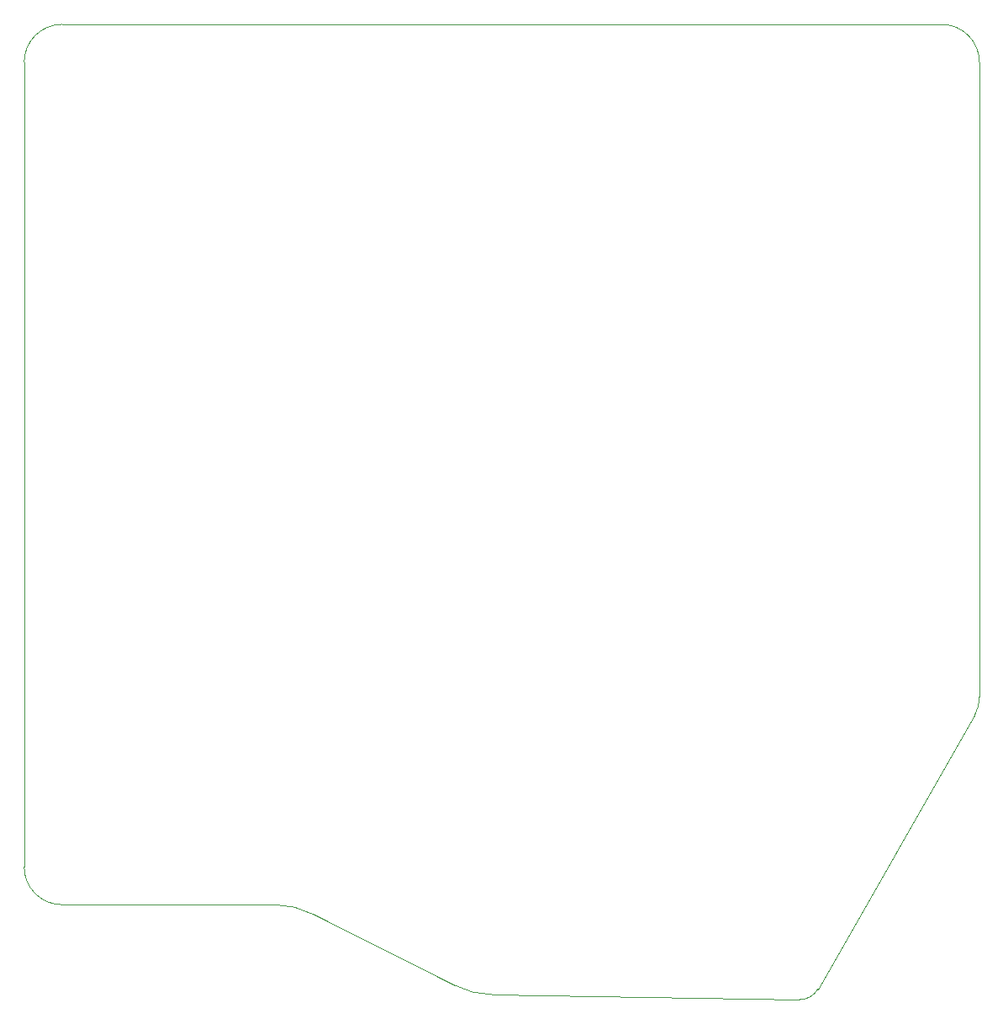
<source format=gbr>
%TF.GenerationSoftware,KiCad,Pcbnew,7.0.9-7.0.9~ubuntu22.04.1*%
%TF.CreationDate,2023-12-10T17:32:56+03:00*%
%TF.ProjectId,Keeb,4b656562-2e6b-4696-9361-645f70636258,rev?*%
%TF.SameCoordinates,Original*%
%TF.FileFunction,Profile,NP*%
%FSLAX46Y46*%
G04 Gerber Fmt 4.6, Leading zero omitted, Abs format (unit mm)*
G04 Created by KiCad (PCBNEW 7.0.9-7.0.9~ubuntu22.04.1) date 2023-12-10 17:32:56*
%MOMM*%
%LPD*%
G01*
G04 APERTURE LIST*
%TA.AperFunction,Profile*%
%ADD10C,0.050000*%
%TD*%
G04 APERTURE END LIST*
D10*
X131651239Y-123245464D02*
G75*
G03*
X127841250Y-122292944I-3810039J-7143736D01*
G01*
X102600000Y-37520444D02*
X102600000Y-118482944D01*
X198802500Y-101337944D02*
X198802500Y-37520444D01*
X131651250Y-123245444D02*
X145938750Y-130389194D01*
X106410000Y-33710440D02*
G75*
G03*
X102600000Y-37520444I0J-3810000D01*
G01*
X180705000Y-131817956D02*
G75*
G03*
X182509441Y-130815165I81200J1978756D01*
G01*
X145938759Y-130389178D02*
G75*
G03*
X149748750Y-131341694I3810041J7143778D01*
G01*
X194992500Y-33710444D02*
X106410000Y-33710444D01*
X198326229Y-103242933D02*
G75*
G03*
X198802500Y-101337944I-3571829J1905033D01*
G01*
X182509442Y-130815165D02*
X198326250Y-103242944D01*
X198802456Y-37520444D02*
G75*
G03*
X194992500Y-33710444I-3809956J44D01*
G01*
X180705000Y-131817944D02*
X149748750Y-131341694D01*
X102599956Y-118482944D02*
G75*
G03*
X106410000Y-122292944I3810044J44D01*
G01*
X127841250Y-122292944D02*
X106410000Y-122292944D01*
M02*

</source>
